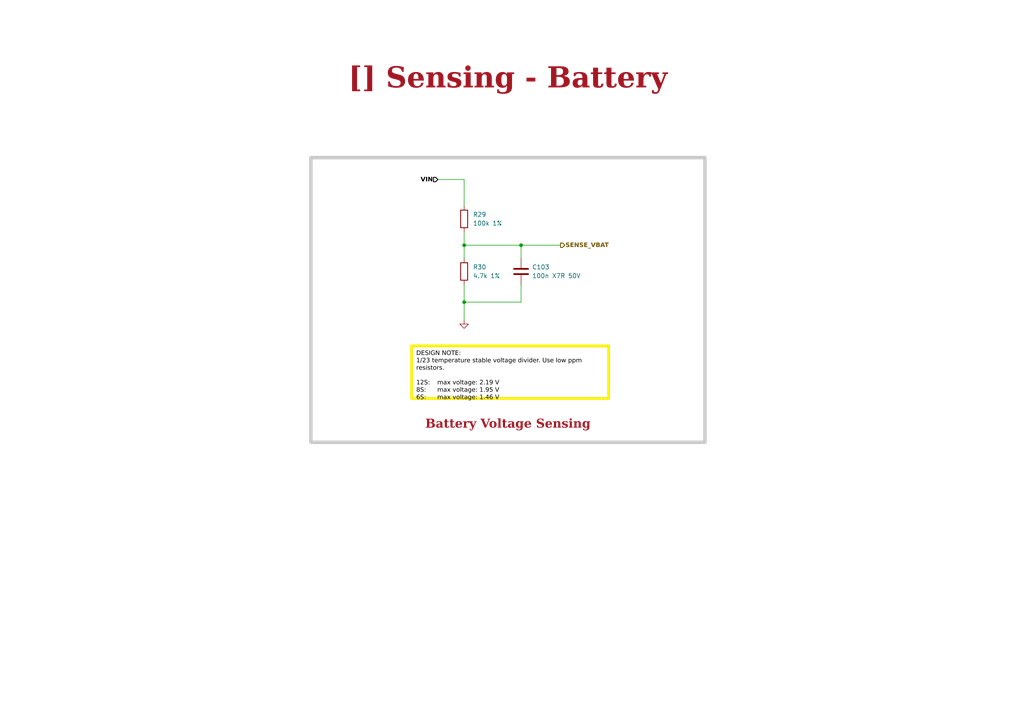
<source format=kicad_sch>
(kicad_sch (version 20230121) (generator eeschema)
  (paper "A4")
  (title_block (title "Sensing - Battery") (date "2023-10-14") (rev "${REVISION}") (company "${COMPANY}"))
  (lib_symbols
    (symbol "Device:C" (pin_numbers hide) (pin_names (offset 0.254))
      (property "Reference" "C" (at 0.635 2.54 0))
      (property "Value" "C" (at 0.635 -2.54 0))
      (symbol "C_0_1"
        (polyline (pts (xy -2.032 -0.762) (xy 2.032 -0.762)) (stroke (width 0.508)))
        (polyline (pts (xy -2.032 0.762) (xy 2.032 0.762)) (stroke (width 0.508)))
      )
      (symbol "C_1_1"
        (pin passive line (at 0 3.81 270) (length 2.794) (name "~") (number "1"))
        (pin passive line (at 0 -3.81 90) (length 2.794) (name "~") (number "2"))
      )
    )
    (symbol "Device:R" (pin_numbers hide) (pin_names (offset 0))
      (property "Reference" "R" (at 2.032 0 90))
      (property "Value" "R" (at 0 0 90))
      (symbol "R_0_1"
        (rectangle (start -1.016 -2.54) (end 1.016 2.54) (stroke (width 0.254)))
      )
      (symbol "R_1_1"
        (pin passive line (at 0 3.81 270) (length 1.27) (name "~") (number "1"))
        (pin passive line (at 0 -3.81 90) (length 1.27) (name "~") (number "2"))
      )
    )
    (symbol "power:GND" (power) (pin_names (offset 0))
      (property "Value" "GND" (at 0 -3.81 0))
      (symbol "GND_0_1"
        (polyline (pts (xy 0 0) (xy 0 -1.27) (xy 1.27 -1.27) (xy 0 -2.54) (xy -1.27 -1.27) (xy 0 -1.27)))
      )
      (symbol "GND_1_1"
        (pin power_in line (at 0 0 270) (length 0) hide (name "GND") (number "1"))
      )
    )
  )
  (junction (at 134.62 71.12))
  (junction (at 151.13 71.12))
  (junction (at 134.62 87.63))
  (wire (pts (xy 151.13 71.12) (xy 151.13 74.93)))
  (wire (pts (xy 151.13 71.12) (xy 134.62 71.12)))
  (wire (pts (xy 134.62 59.69) (xy 134.62 52.07)))
  (wire (pts (xy 151.13 82.55) (xy 151.13 87.63)))
  (wire (pts (xy 134.62 71.12) (xy 134.62 74.93)))
  (wire (pts (xy 151.13 87.63) (xy 134.62 87.63)))
  (wire (pts (xy 151.13 71.12) (xy 162.56 71.12)))
  (wire (pts (xy 134.62 52.07) (xy 127 52.07)))
  (wire (pts (xy 134.62 67.31) (xy 134.62 71.12)))
  (wire (pts (xy 134.62 92.71) (xy 134.62 87.63)))
  (wire (pts (xy 134.62 87.63) (xy 134.62 82.55)))
  (rectangle (start 90.17 45.72) (end 204.47 128.27) (stroke (width 1) (color 200 200 200 1)))
  (text_box "[${#}] ${TITLE}" (at 78.74 16.51 0) (size 137.16 12.7) (stroke (width -0.0001)) (effects (font (size 6 6) (thickness 1.2) bold)))
  (text_box "DESIGN NOTE:\n1/23 temperature stable voltage divider. Use low ppm resistors.\n\n12S: 	max voltage: 2.19 V\n8S: 	max voltage: 1.95 V\n6S: 	max voltage: 1.46 V" (at 119.38 100.33 0) (size 57.15 15.24) (stroke (width 0.8) (color 250 236 0 1)) (effects (font (size 1.27 1.27)) (justify left top)))
  (text_box "Battery Voltage Sensing" (at 91.44 116.84 0) (size 111.76 9.525) (stroke (width -0.0001)) (effects (font (size 2.54 2.54) (thickness 0.508) bold) (justify bottom)))
  (hierarchical_label "VIN" (shape input) (at 127 52.07 180) (effects (font bold)))
  (hierarchical_label "SENSE_VBAT" (shape output) (at 162.56 71.12 0) (effects (font bold)))
  (symbol (lib_id "Device:R") (at 134.62 78.74 0) (unit 1)
    (property "Reference" "R30" (at 137.16 77.47 0) (effects (justify left)))
    (property "Value" "4.7k 1%" (at 137.16 80.01 0) (effects (justify left)))
    (property "Footprint" "0_resistor_smd:R_0402_1005_DensityHigh" (effects hide))
    (property "Datasheet" "https://www.yageo.com/upload/media/product/app/datasheet/rchip/pyu-rt_1-to-0.01_rohs_l.pdf" (effects hide))
    (property "Description" "4.7 kOhms ±1% 0.063W, 1/16W Chip Resistor 0402 (1005 Metric) Moisture Resistant Thin Film" (effects hide))
    (property "Manufacturer" "YAGEO" (effects hide))
    (property "Manufacturer Part Number" "RT0402FRE134K7L" (effects hide))
    (property "Supplier 1" "Digikey" (effects hide))
    (property "Supplier Part Number 1" "13-RT0402FRE134K7LCT-ND" (effects hide))
  )
  (symbol (lib_id "Device:C") (at 151.13 78.74 0) (unit 1)
    (property "Reference" "C103" (at 154.305 77.47 0) (effects (justify left)))
    (property "Value" "100n X7R 50V" (at 154.305 80.01 0) (effects (justify left)))
    (property "Footprint" "0_capacitor_smd:C_0402_1005_DensityHigh" (effects hide))
    (property "Datasheet" "https://search.murata.co.jp/Ceramy/image/img/A01X/G101/ENG/GCM155R71H104KE02-01.pdf" (effects hide))
    (property "Description" "0.1 µF ±10% 50V Ceramic Capacitor X7R 0402 (1005 Metric)" (effects hide))
    (property "Manufacturer" "Murata Electronics" (effects hide))
    (property "Manufacturer Part Number" "GCM155R71H104KE02J" (effects hide))
    (property "Supplier 1" "Digikey" (effects hide))
    (property "Supplier Part Number 1" "490-14514-1-ND" (effects hide))
  )
  (symbol (lib_id "power:GND") (at 134.62 92.71 0) (unit 1)
    (property "Reference" "#PWR046" (effects hide))
    (property "Value" "GND" (effects hide))
  )
  (symbol (lib_id "Device:R") (at 134.62 63.5 0) (unit 1)
    (property "Reference" "R29" (at 137.16 62.23 0) (effects (justify left)))
    (property "Value" "100k 1%" (at 137.16 64.77 0) (effects (justify left)))
    (property "Footprint" "0_resistor_smd:R_0402_1005_DensityHigh" (effects hide))
    (property "Datasheet" "https://www.yageo.com/upload/media/product/app/datasheet/rchip/pyu-rt_1-to-0.01_rohs_l.pdf" (effects hide))
    (property "Description" "100 kOhms ±1% 0.063W, 1/16W Chip Resistor 0402 (1005 Metric) Thin Film" (effects hide))
    (property "Manufacturer" "YAGEO" (effects hide))
    (property "Manufacturer Part Number" "RT0402FRE07100KL" (effects hide))
    (property "Supplier 1" "Digikey" (effects hide))
    (property "Supplier Part Number 1" "YAG2307CT-ND" (effects hide))
  )
)
</source>
